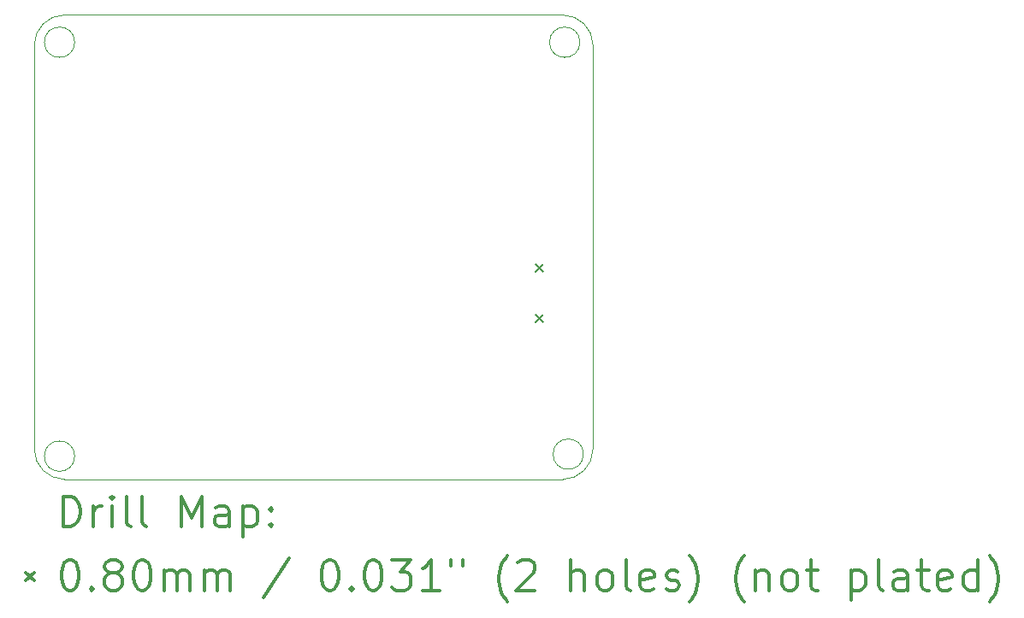
<source format=gbr>
%FSLAX45Y45*%
G04 Gerber Fmt 4.5, Leading zero omitted, Abs format (unit mm)*
G04 Created by KiCad (PCBNEW (5.1.6)-1) date 2021-06-25 13:52:58*
%MOMM*%
%LPD*%
G01*
G04 APERTURE LIST*
%TA.AperFunction,Profile*%
%ADD10C,0.050000*%
%TD*%
%ADD11C,0.200000*%
%ADD12C,0.300000*%
G04 APERTURE END LIST*
D10*
X11550000Y-10200000D02*
G75*
G03*
X11550000Y-10200000I-150000J0D01*
G01*
X16550000Y-10200000D02*
G75*
G03*
X16550000Y-10200000I-150000J0D01*
G01*
X16585000Y-14280000D02*
G75*
G03*
X16585000Y-14280000I-150000J0D01*
G01*
X11550000Y-14300000D02*
G75*
G03*
X11550000Y-14300000I-150000J0D01*
G01*
X11450000Y-14530000D02*
G75*
G02*
X11150000Y-14230000I0J300000D01*
G01*
X16680000Y-14230000D02*
G75*
G02*
X16380000Y-14530000I-300000J0D01*
G01*
X16380000Y-9930000D02*
G75*
G02*
X16680000Y-10230000I0J-300000D01*
G01*
X11150000Y-10230000D02*
G75*
G02*
X11450000Y-9930000I300000J0D01*
G01*
X11150000Y-14230000D02*
X11150000Y-10230000D01*
X16380000Y-14530000D02*
X11450000Y-14530000D01*
X16680000Y-10230000D02*
X16680000Y-14230000D01*
X11450000Y-9930000D02*
X16380000Y-9930000D01*
D11*
X16107500Y-12397500D02*
X16187500Y-12477500D01*
X16187500Y-12397500D02*
X16107500Y-12477500D01*
X16107500Y-12897500D02*
X16187500Y-12977500D01*
X16187500Y-12897500D02*
X16107500Y-12977500D01*
D12*
X11433928Y-14998214D02*
X11433928Y-14698214D01*
X11505357Y-14698214D01*
X11548214Y-14712500D01*
X11576786Y-14741071D01*
X11591071Y-14769643D01*
X11605357Y-14826786D01*
X11605357Y-14869643D01*
X11591071Y-14926786D01*
X11576786Y-14955357D01*
X11548214Y-14983929D01*
X11505357Y-14998214D01*
X11433928Y-14998214D01*
X11733928Y-14998214D02*
X11733928Y-14798214D01*
X11733928Y-14855357D02*
X11748214Y-14826786D01*
X11762500Y-14812500D01*
X11791071Y-14798214D01*
X11819643Y-14798214D01*
X11919643Y-14998214D02*
X11919643Y-14798214D01*
X11919643Y-14698214D02*
X11905357Y-14712500D01*
X11919643Y-14726786D01*
X11933928Y-14712500D01*
X11919643Y-14698214D01*
X11919643Y-14726786D01*
X12105357Y-14998214D02*
X12076786Y-14983929D01*
X12062500Y-14955357D01*
X12062500Y-14698214D01*
X12262500Y-14998214D02*
X12233928Y-14983929D01*
X12219643Y-14955357D01*
X12219643Y-14698214D01*
X12605357Y-14998214D02*
X12605357Y-14698214D01*
X12705357Y-14912500D01*
X12805357Y-14698214D01*
X12805357Y-14998214D01*
X13076786Y-14998214D02*
X13076786Y-14841071D01*
X13062500Y-14812500D01*
X13033928Y-14798214D01*
X12976786Y-14798214D01*
X12948214Y-14812500D01*
X13076786Y-14983929D02*
X13048214Y-14998214D01*
X12976786Y-14998214D01*
X12948214Y-14983929D01*
X12933928Y-14955357D01*
X12933928Y-14926786D01*
X12948214Y-14898214D01*
X12976786Y-14883929D01*
X13048214Y-14883929D01*
X13076786Y-14869643D01*
X13219643Y-14798214D02*
X13219643Y-15098214D01*
X13219643Y-14812500D02*
X13248214Y-14798214D01*
X13305357Y-14798214D01*
X13333928Y-14812500D01*
X13348214Y-14826786D01*
X13362500Y-14855357D01*
X13362500Y-14941071D01*
X13348214Y-14969643D01*
X13333928Y-14983929D01*
X13305357Y-14998214D01*
X13248214Y-14998214D01*
X13219643Y-14983929D01*
X13491071Y-14969643D02*
X13505357Y-14983929D01*
X13491071Y-14998214D01*
X13476786Y-14983929D01*
X13491071Y-14969643D01*
X13491071Y-14998214D01*
X13491071Y-14812500D02*
X13505357Y-14826786D01*
X13491071Y-14841071D01*
X13476786Y-14826786D01*
X13491071Y-14812500D01*
X13491071Y-14841071D01*
X11067500Y-15452500D02*
X11147500Y-15532500D01*
X11147500Y-15452500D02*
X11067500Y-15532500D01*
X11491071Y-15328214D02*
X11519643Y-15328214D01*
X11548214Y-15342500D01*
X11562500Y-15356786D01*
X11576786Y-15385357D01*
X11591071Y-15442500D01*
X11591071Y-15513929D01*
X11576786Y-15571071D01*
X11562500Y-15599643D01*
X11548214Y-15613929D01*
X11519643Y-15628214D01*
X11491071Y-15628214D01*
X11462500Y-15613929D01*
X11448214Y-15599643D01*
X11433928Y-15571071D01*
X11419643Y-15513929D01*
X11419643Y-15442500D01*
X11433928Y-15385357D01*
X11448214Y-15356786D01*
X11462500Y-15342500D01*
X11491071Y-15328214D01*
X11719643Y-15599643D02*
X11733928Y-15613929D01*
X11719643Y-15628214D01*
X11705357Y-15613929D01*
X11719643Y-15599643D01*
X11719643Y-15628214D01*
X11905357Y-15456786D02*
X11876786Y-15442500D01*
X11862500Y-15428214D01*
X11848214Y-15399643D01*
X11848214Y-15385357D01*
X11862500Y-15356786D01*
X11876786Y-15342500D01*
X11905357Y-15328214D01*
X11962500Y-15328214D01*
X11991071Y-15342500D01*
X12005357Y-15356786D01*
X12019643Y-15385357D01*
X12019643Y-15399643D01*
X12005357Y-15428214D01*
X11991071Y-15442500D01*
X11962500Y-15456786D01*
X11905357Y-15456786D01*
X11876786Y-15471071D01*
X11862500Y-15485357D01*
X11848214Y-15513929D01*
X11848214Y-15571071D01*
X11862500Y-15599643D01*
X11876786Y-15613929D01*
X11905357Y-15628214D01*
X11962500Y-15628214D01*
X11991071Y-15613929D01*
X12005357Y-15599643D01*
X12019643Y-15571071D01*
X12019643Y-15513929D01*
X12005357Y-15485357D01*
X11991071Y-15471071D01*
X11962500Y-15456786D01*
X12205357Y-15328214D02*
X12233928Y-15328214D01*
X12262500Y-15342500D01*
X12276786Y-15356786D01*
X12291071Y-15385357D01*
X12305357Y-15442500D01*
X12305357Y-15513929D01*
X12291071Y-15571071D01*
X12276786Y-15599643D01*
X12262500Y-15613929D01*
X12233928Y-15628214D01*
X12205357Y-15628214D01*
X12176786Y-15613929D01*
X12162500Y-15599643D01*
X12148214Y-15571071D01*
X12133928Y-15513929D01*
X12133928Y-15442500D01*
X12148214Y-15385357D01*
X12162500Y-15356786D01*
X12176786Y-15342500D01*
X12205357Y-15328214D01*
X12433928Y-15628214D02*
X12433928Y-15428214D01*
X12433928Y-15456786D02*
X12448214Y-15442500D01*
X12476786Y-15428214D01*
X12519643Y-15428214D01*
X12548214Y-15442500D01*
X12562500Y-15471071D01*
X12562500Y-15628214D01*
X12562500Y-15471071D02*
X12576786Y-15442500D01*
X12605357Y-15428214D01*
X12648214Y-15428214D01*
X12676786Y-15442500D01*
X12691071Y-15471071D01*
X12691071Y-15628214D01*
X12833928Y-15628214D02*
X12833928Y-15428214D01*
X12833928Y-15456786D02*
X12848214Y-15442500D01*
X12876786Y-15428214D01*
X12919643Y-15428214D01*
X12948214Y-15442500D01*
X12962500Y-15471071D01*
X12962500Y-15628214D01*
X12962500Y-15471071D02*
X12976786Y-15442500D01*
X13005357Y-15428214D01*
X13048214Y-15428214D01*
X13076786Y-15442500D01*
X13091071Y-15471071D01*
X13091071Y-15628214D01*
X13676786Y-15313929D02*
X13419643Y-15699643D01*
X14062500Y-15328214D02*
X14091071Y-15328214D01*
X14119643Y-15342500D01*
X14133928Y-15356786D01*
X14148214Y-15385357D01*
X14162500Y-15442500D01*
X14162500Y-15513929D01*
X14148214Y-15571071D01*
X14133928Y-15599643D01*
X14119643Y-15613929D01*
X14091071Y-15628214D01*
X14062500Y-15628214D01*
X14033928Y-15613929D01*
X14019643Y-15599643D01*
X14005357Y-15571071D01*
X13991071Y-15513929D01*
X13991071Y-15442500D01*
X14005357Y-15385357D01*
X14019643Y-15356786D01*
X14033928Y-15342500D01*
X14062500Y-15328214D01*
X14291071Y-15599643D02*
X14305357Y-15613929D01*
X14291071Y-15628214D01*
X14276786Y-15613929D01*
X14291071Y-15599643D01*
X14291071Y-15628214D01*
X14491071Y-15328214D02*
X14519643Y-15328214D01*
X14548214Y-15342500D01*
X14562500Y-15356786D01*
X14576786Y-15385357D01*
X14591071Y-15442500D01*
X14591071Y-15513929D01*
X14576786Y-15571071D01*
X14562500Y-15599643D01*
X14548214Y-15613929D01*
X14519643Y-15628214D01*
X14491071Y-15628214D01*
X14462500Y-15613929D01*
X14448214Y-15599643D01*
X14433928Y-15571071D01*
X14419643Y-15513929D01*
X14419643Y-15442500D01*
X14433928Y-15385357D01*
X14448214Y-15356786D01*
X14462500Y-15342500D01*
X14491071Y-15328214D01*
X14691071Y-15328214D02*
X14876786Y-15328214D01*
X14776786Y-15442500D01*
X14819643Y-15442500D01*
X14848214Y-15456786D01*
X14862500Y-15471071D01*
X14876786Y-15499643D01*
X14876786Y-15571071D01*
X14862500Y-15599643D01*
X14848214Y-15613929D01*
X14819643Y-15628214D01*
X14733928Y-15628214D01*
X14705357Y-15613929D01*
X14691071Y-15599643D01*
X15162500Y-15628214D02*
X14991071Y-15628214D01*
X15076786Y-15628214D02*
X15076786Y-15328214D01*
X15048214Y-15371071D01*
X15019643Y-15399643D01*
X14991071Y-15413929D01*
X15276786Y-15328214D02*
X15276786Y-15385357D01*
X15391071Y-15328214D02*
X15391071Y-15385357D01*
X15833928Y-15742500D02*
X15819643Y-15728214D01*
X15791071Y-15685357D01*
X15776786Y-15656786D01*
X15762500Y-15613929D01*
X15748214Y-15542500D01*
X15748214Y-15485357D01*
X15762500Y-15413929D01*
X15776786Y-15371071D01*
X15791071Y-15342500D01*
X15819643Y-15299643D01*
X15833928Y-15285357D01*
X15933928Y-15356786D02*
X15948214Y-15342500D01*
X15976786Y-15328214D01*
X16048214Y-15328214D01*
X16076786Y-15342500D01*
X16091071Y-15356786D01*
X16105357Y-15385357D01*
X16105357Y-15413929D01*
X16091071Y-15456786D01*
X15919643Y-15628214D01*
X16105357Y-15628214D01*
X16462500Y-15628214D02*
X16462500Y-15328214D01*
X16591071Y-15628214D02*
X16591071Y-15471071D01*
X16576786Y-15442500D01*
X16548214Y-15428214D01*
X16505357Y-15428214D01*
X16476786Y-15442500D01*
X16462500Y-15456786D01*
X16776786Y-15628214D02*
X16748214Y-15613929D01*
X16733928Y-15599643D01*
X16719643Y-15571071D01*
X16719643Y-15485357D01*
X16733928Y-15456786D01*
X16748214Y-15442500D01*
X16776786Y-15428214D01*
X16819643Y-15428214D01*
X16848214Y-15442500D01*
X16862500Y-15456786D01*
X16876786Y-15485357D01*
X16876786Y-15571071D01*
X16862500Y-15599643D01*
X16848214Y-15613929D01*
X16819643Y-15628214D01*
X16776786Y-15628214D01*
X17048214Y-15628214D02*
X17019643Y-15613929D01*
X17005357Y-15585357D01*
X17005357Y-15328214D01*
X17276786Y-15613929D02*
X17248214Y-15628214D01*
X17191071Y-15628214D01*
X17162500Y-15613929D01*
X17148214Y-15585357D01*
X17148214Y-15471071D01*
X17162500Y-15442500D01*
X17191071Y-15428214D01*
X17248214Y-15428214D01*
X17276786Y-15442500D01*
X17291071Y-15471071D01*
X17291071Y-15499643D01*
X17148214Y-15528214D01*
X17405357Y-15613929D02*
X17433928Y-15628214D01*
X17491071Y-15628214D01*
X17519643Y-15613929D01*
X17533928Y-15585357D01*
X17533928Y-15571071D01*
X17519643Y-15542500D01*
X17491071Y-15528214D01*
X17448214Y-15528214D01*
X17419643Y-15513929D01*
X17405357Y-15485357D01*
X17405357Y-15471071D01*
X17419643Y-15442500D01*
X17448214Y-15428214D01*
X17491071Y-15428214D01*
X17519643Y-15442500D01*
X17633928Y-15742500D02*
X17648214Y-15728214D01*
X17676786Y-15685357D01*
X17691071Y-15656786D01*
X17705357Y-15613929D01*
X17719643Y-15542500D01*
X17719643Y-15485357D01*
X17705357Y-15413929D01*
X17691071Y-15371071D01*
X17676786Y-15342500D01*
X17648214Y-15299643D01*
X17633928Y-15285357D01*
X18176786Y-15742500D02*
X18162500Y-15728214D01*
X18133928Y-15685357D01*
X18119643Y-15656786D01*
X18105357Y-15613929D01*
X18091071Y-15542500D01*
X18091071Y-15485357D01*
X18105357Y-15413929D01*
X18119643Y-15371071D01*
X18133928Y-15342500D01*
X18162500Y-15299643D01*
X18176786Y-15285357D01*
X18291071Y-15428214D02*
X18291071Y-15628214D01*
X18291071Y-15456786D02*
X18305357Y-15442500D01*
X18333928Y-15428214D01*
X18376786Y-15428214D01*
X18405357Y-15442500D01*
X18419643Y-15471071D01*
X18419643Y-15628214D01*
X18605357Y-15628214D02*
X18576786Y-15613929D01*
X18562500Y-15599643D01*
X18548214Y-15571071D01*
X18548214Y-15485357D01*
X18562500Y-15456786D01*
X18576786Y-15442500D01*
X18605357Y-15428214D01*
X18648214Y-15428214D01*
X18676786Y-15442500D01*
X18691071Y-15456786D01*
X18705357Y-15485357D01*
X18705357Y-15571071D01*
X18691071Y-15599643D01*
X18676786Y-15613929D01*
X18648214Y-15628214D01*
X18605357Y-15628214D01*
X18791071Y-15428214D02*
X18905357Y-15428214D01*
X18833928Y-15328214D02*
X18833928Y-15585357D01*
X18848214Y-15613929D01*
X18876786Y-15628214D01*
X18905357Y-15628214D01*
X19233928Y-15428214D02*
X19233928Y-15728214D01*
X19233928Y-15442500D02*
X19262500Y-15428214D01*
X19319643Y-15428214D01*
X19348214Y-15442500D01*
X19362500Y-15456786D01*
X19376786Y-15485357D01*
X19376786Y-15571071D01*
X19362500Y-15599643D01*
X19348214Y-15613929D01*
X19319643Y-15628214D01*
X19262500Y-15628214D01*
X19233928Y-15613929D01*
X19548214Y-15628214D02*
X19519643Y-15613929D01*
X19505357Y-15585357D01*
X19505357Y-15328214D01*
X19791071Y-15628214D02*
X19791071Y-15471071D01*
X19776786Y-15442500D01*
X19748214Y-15428214D01*
X19691071Y-15428214D01*
X19662500Y-15442500D01*
X19791071Y-15613929D02*
X19762500Y-15628214D01*
X19691071Y-15628214D01*
X19662500Y-15613929D01*
X19648214Y-15585357D01*
X19648214Y-15556786D01*
X19662500Y-15528214D01*
X19691071Y-15513929D01*
X19762500Y-15513929D01*
X19791071Y-15499643D01*
X19891071Y-15428214D02*
X20005357Y-15428214D01*
X19933928Y-15328214D02*
X19933928Y-15585357D01*
X19948214Y-15613929D01*
X19976786Y-15628214D01*
X20005357Y-15628214D01*
X20219643Y-15613929D02*
X20191071Y-15628214D01*
X20133928Y-15628214D01*
X20105357Y-15613929D01*
X20091071Y-15585357D01*
X20091071Y-15471071D01*
X20105357Y-15442500D01*
X20133928Y-15428214D01*
X20191071Y-15428214D01*
X20219643Y-15442500D01*
X20233928Y-15471071D01*
X20233928Y-15499643D01*
X20091071Y-15528214D01*
X20491071Y-15628214D02*
X20491071Y-15328214D01*
X20491071Y-15613929D02*
X20462500Y-15628214D01*
X20405357Y-15628214D01*
X20376786Y-15613929D01*
X20362500Y-15599643D01*
X20348214Y-15571071D01*
X20348214Y-15485357D01*
X20362500Y-15456786D01*
X20376786Y-15442500D01*
X20405357Y-15428214D01*
X20462500Y-15428214D01*
X20491071Y-15442500D01*
X20605357Y-15742500D02*
X20619643Y-15728214D01*
X20648214Y-15685357D01*
X20662500Y-15656786D01*
X20676786Y-15613929D01*
X20691071Y-15542500D01*
X20691071Y-15485357D01*
X20676786Y-15413929D01*
X20662500Y-15371071D01*
X20648214Y-15342500D01*
X20619643Y-15299643D01*
X20605357Y-15285357D01*
M02*

</source>
